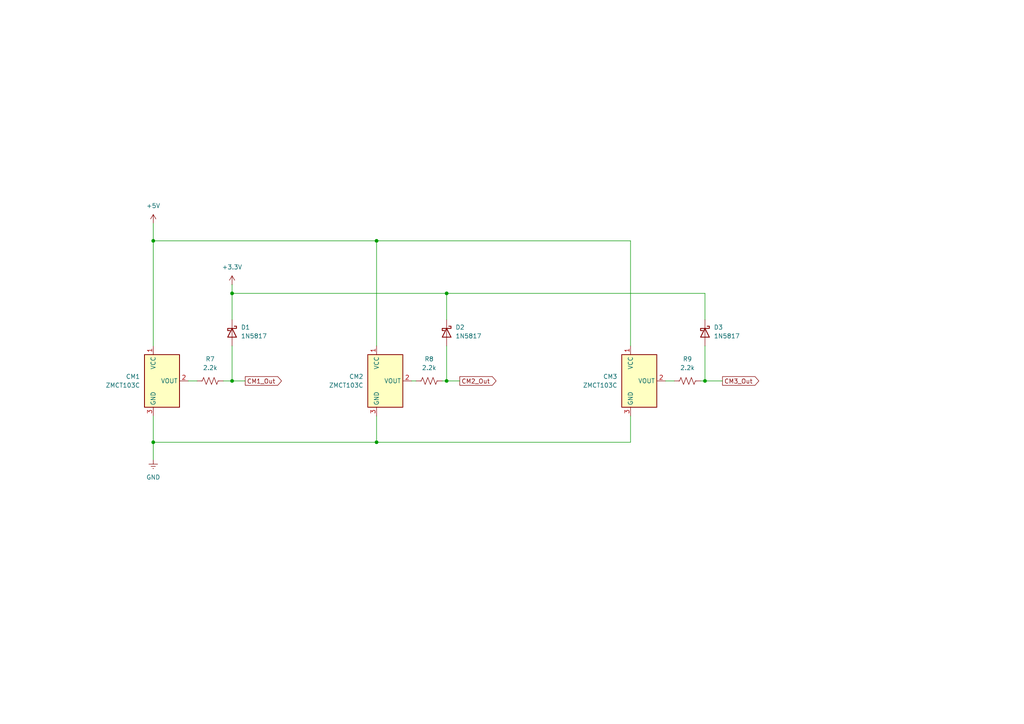
<source format=kicad_sch>
(kicad_sch (version 20250114) (generator "eeschema") (generator_version "9.0")
  (paper "A4")
  (lib_symbols
    (symbol "Device:D_Schottky" (pin_numbers (hide yes)) (pin_names (offset 1.016) (hide yes))
      (property "Reference" "D" (at 0 2.54 0))
      (property "Value" "D_Schottky" (at 0 -2.54 0))
      (symbol "D_Schottky_0_1"
        (polyline (pts (xy -1.905 0.635) (xy -1.905 1.27) (xy -1.27 1.27) (xy -1.27 -1.27) (xy -0.635 -1.27) (xy -0.635 -0.635)) (stroke (width 0.254)))
        (polyline (pts (xy 1.27 1.27) (xy 1.27 -1.27) (xy -1.27 0) (xy 1.27 1.27)) (stroke (width 0.254)))
        (polyline (pts (xy 1.27 0) (xy -1.27 0)))
      )
      (symbol "D_Schottky_1_1"
        (pin passive line (at -3.81 0 0) (length 2.54) (name "K") (number "1"))
        (pin passive line (at 3.81 0 180) (length 2.54) (name "A") (number "2"))
      )
    )
    (symbol "Device:R_US" (pin_numbers (hide yes)) (pin_names (offset 0))
      (property "Reference" "R" (at 2.54 0 90))
      (property "Value" "R_US" (at -2.54 0 90))
      (symbol "R_US_0_1"
        (polyline (pts (xy 0 2.286) (xy 0 2.54)))
        (polyline (pts (xy 0 2.286) (xy 1.016 1.905) (xy 0 1.524) (xy -1.016 1.143) (xy 0 0.762)))
        (polyline (pts (xy 0 0.762) (xy 1.016 0.381) (xy 0 0) (xy -1.016 -0.381) (xy 0 -0.762)))
        (polyline (pts (xy 0 -0.762) (xy 1.016 -1.143) (xy 0 -1.524) (xy -1.016 -1.905) (xy 0 -2.286)))
        (polyline (pts (xy 0 -2.286) (xy 0 -2.54)))
      )
      (symbol "R_US_1_1"
        (pin passive line (at 0 3.81 270) (length 1.27) (name "~") (number "1"))
        (pin passive line (at 0 -3.81 90) (length 1.27) (name "~") (number "2"))
      )
    )
    (symbol "Sensor_Magnetic:A1101ELHL"
      (property "Reference" "U" (at 0 11.43 0))
      (property "Value" "A1101ELHL" (at 0 8.89 0))
      (symbol "A1101ELHL_0_1"
        (rectangle (start -5.08 7.62) (end 5.08 -7.62) (stroke (width 0.254)) (fill (type background)))
      )
      (symbol "A1101ELHL_1_1"
        (pin power_in line (at -2.54 10.16 270) (length 2.54) (name "VCC") (number "1"))
        (pin power_in line (at -2.54 -10.16 90) (length 2.54) (name "GND") (number "3"))
        (pin open_collector line (at 7.62 0 180) (length 2.54) (name "VOUT") (number "2"))
      )
    )
    (symbol "power:+5V" (power) (pin_numbers (hide yes)) (pin_names (offset 0) (hide yes))
      (property "Value" "+5V" (at 0 3.556 0))
      (symbol "+5V_0_1"
        (polyline (pts (xy -0.762 1.27) (xy 0 2.54)))
        (polyline (pts (xy 0 2.54) (xy 0.762 1.27)))
        (polyline (pts (xy 0 0) (xy 0 2.54)))
      )
      (symbol "+5V_1_1"
        (pin power_in line (at 0 0 90) (length 0) (name "~") (number "1"))
      )
    )
    (symbol "power:GNDREF" (power) (pin_numbers (hide yes)) (pin_names (offset 0) (hide yes))
      (property "Value" "GNDREF" (at 0 -3.81 0))
      (symbol "GNDREF_0_1"
        (polyline (pts (xy -0.635 -1.905) (xy 0.635 -1.905)))
        (polyline (pts (xy -0.127 -2.54) (xy 0.127 -2.54)))
        (polyline (pts (xy 0 -1.27) (xy 0 0)))
        (polyline (pts (xy 1.27 -1.27) (xy -1.27 -1.27)))
      )
      (symbol "GNDREF_1_1"
        (pin power_in line (at 0 0 270) (length 0) (name "~") (number "1"))
      )
    )
  )
  (junction (at 129.54 110.49))
  (junction (at 109.22 128.27))
  (junction (at 44.45 128.27))
  (junction (at 109.22 69.85))
  (junction (at 67.31 85.09))
  (junction (at 44.45 69.85))
  (junction (at 67.31 110.49))
  (junction (at 204.47 110.49))
  (junction (at 129.54 85.09))
  (wire (pts (xy 67.31 85.09) (xy 129.54 85.09)))
  (wire (pts (xy 109.22 69.85) (xy 109.22 100.33)))
  (wire (pts (xy 67.31 110.49) (xy 64.77 110.49)))
  (wire (pts (xy 44.45 69.85) (xy 109.22 69.85)))
  (wire (pts (xy 67.31 82.55) (xy 67.31 85.09)))
  (wire (pts (xy 67.31 100.33) (xy 67.31 110.49)))
  (wire (pts (xy 209.55 110.49) (xy 204.47 110.49)))
  (wire (pts (xy 195.58 110.49) (xy 193.04 110.49)))
  (wire (pts (xy 120.65 110.49) (xy 119.38 110.49)))
  (wire (pts (xy 57.15 110.49) (xy 54.61 110.49)))
  (wire (pts (xy 109.22 128.27) (xy 109.22 120.65)))
  (wire (pts (xy 67.31 85.09) (xy 67.31 92.71)))
  (wire (pts (xy 44.45 128.27) (xy 44.45 120.65)))
  (wire (pts (xy 129.54 85.09) (xy 129.54 92.71)))
  (wire (pts (xy 109.22 69.85) (xy 182.88 69.85)))
  (wire (pts (xy 44.45 128.27) (xy 44.45 133.35)))
  (wire (pts (xy 204.47 85.09) (xy 204.47 92.71)))
  (wire (pts (xy 129.54 110.49) (xy 128.27 110.49)))
  (wire (pts (xy 204.47 110.49) (xy 203.2 110.49)))
  (wire (pts (xy 44.45 64.77) (xy 44.45 69.85)))
  (wire (pts (xy 129.54 100.33) (xy 129.54 110.49)))
  (wire (pts (xy 109.22 128.27) (xy 182.88 128.27)))
  (wire (pts (xy 129.54 85.09) (xy 204.47 85.09)))
  (wire (pts (xy 71.12 110.49) (xy 67.31 110.49)))
  (wire (pts (xy 182.88 120.65) (xy 182.88 128.27)))
  (wire (pts (xy 133.35 110.49) (xy 129.54 110.49)))
  (wire (pts (xy 182.88 69.85) (xy 182.88 100.33)))
  (wire (pts (xy 44.45 128.27) (xy 109.22 128.27)))
  (wire (pts (xy 204.47 100.33) (xy 204.47 110.49)))
  (wire (pts (xy 44.45 69.85) (xy 44.45 100.33)))
  (global_label "CM1_Out" (shape output) (at 71.12 110.49 0) (property "Intersheetrefs" "${INTERSHEET_REFS}" (at 82.2089 110.49 0) (effects (justify left))))
  (global_label "CM3_Out" (shape output) (at 209.55 110.49 0) (property "Intersheetrefs" "${INTERSHEET_REFS}" (at 220.6389 110.49 0) (effects (justify left))))
  (global_label "CM2_Out" (shape output) (at 133.35 110.49 0) (property "Intersheetrefs" "${INTERSHEET_REFS}" (at 144.4389 110.49 0) (effects (justify left))))
  (symbol (lib_id "Device:D_Schottky") (at 204.47 96.52 270) (unit 1)
    (property "Reference" "D3" (at 207.01 94.9324 90) (effects (justify left)))
    (property "Value" "1N5817" (at 207.01 97.4724 90) (effects (justify left)))
    (property "Description" "Schottky diode" (effects (hide yes)))
  )
  (symbol (lib_id "Device:R_US") (at 199.39 110.49 90) (unit 1)
    (property "Reference" "R9" (at 199.39 104.14 90))
    (property "Value" "2.2k" (at 199.39 106.68 90))
    (property "Description" "Resistor, US symbol" (effects (hide yes)))
  )
  (symbol (lib_id "Device:D_Schottky") (at 129.54 96.52 270) (unit 1)
    (property "Reference" "D2" (at 132.08 94.9324 90) (effects (justify left)))
    (property "Value" "1N5817" (at 132.08 97.4724 90) (effects (justify left)))
    (property "Description" "Schottky diode" (effects (hide yes)))
  )
  (symbol (lib_id "power:+5V") (at 44.45 64.77 0) (unit 1)
    (property "Reference" "#PWR019" (effects (hide yes)))
    (property "Value" "+5V" (at 44.45 59.69 0))
    (property "Description" "Power symbol creates a global label with name \"+5V\"" (effects (hide yes)))
  )
  (symbol (lib_id "power:+5V") (at 67.31 82.55 0) (unit 1)
    (property "Reference" "#PWR023" (effects (hide yes)))
    (property "Value" "+3.3V" (at 67.31 77.47 0))
    (property "Description" "Power symbol creates a global label with name \"+5V\"" (effects (hide yes)))
  )
  (symbol (lib_id "Device:D_Schottky") (at 67.31 96.52 270) (unit 1)
    (property "Reference" "D1" (at 69.85 94.9324 90) (effects (justify left)))
    (property "Value" "1N5817" (at 69.85 97.4724 90) (effects (justify left)))
    (property "Description" "Schottky diode" (effects (hide yes)))
  )
  (symbol (lib_id "power:GNDREF") (at 44.45 133.35 0) (unit 1)
    (property "Reference" "#PWR011" (effects (hide yes)))
    (property "Value" "GND" (at 44.45 138.43 0))
    (property "Description" "Power symbol creates a global label with name \"GNDREF\" , reference supply ground" (effects (hide yes)))
  )
  (symbol (lib_id "Sensor_Magnetic:A1101ELHL") (at 46.99 110.49 0) (unit 1)
    (property "Reference" "CM1" (at 40.64 109.2199 0) (effects (justify right)))
    (property "Value" "ZMCT103C" (at 40.64 111.7599 0) (effects (justify right)))
    (property "Footprint" "Package_TO_SOT_SMD:SOT-23W" (effects (hide yes)))
    (property "Datasheet" "https://www.allegromicro.com/-/media/files/datasheets/a110x-datasheet.ashx" (effects (hide yes)))
    (property "Description" "Hall effect switch, unipolar, Bop=100G, Brp=45G, -40C to +85C, SOT-23W" (effects (hide yes)))
  )
  (symbol (lib_id "Sensor_Magnetic:A1101ELHL") (at 185.42 110.49 0) (unit 1)
    (property "Reference" "CM3" (at 179.07 109.2199 0) (effects (justify right)))
    (property "Value" "ZMCT103C" (at 179.07 111.7599 0) (effects (justify right)))
    (property "Footprint" "Package_TO_SOT_SMD:SOT-23W" (effects (hide yes)))
    (property "Datasheet" "https://www.allegromicro.com/-/media/files/datasheets/a110x-datasheet.ashx" (effects (hide yes)))
    (property "Description" "Hall effect switch, unipolar, Bop=100G, Brp=45G, -40C to +85C, SOT-23W" (effects (hide yes)))
  )
  (symbol (lib_id "Sensor_Magnetic:A1101ELHL") (at 111.76 110.49 0) (unit 1)
    (property "Reference" "CM2" (at 105.41 109.2199 0) (effects (justify right)))
    (property "Value" "ZMCT103C" (at 105.41 111.7599 0) (effects (justify right)))
    (property "Footprint" "Package_TO_SOT_SMD:SOT-23W" (effects (hide yes)))
    (property "Datasheet" "https://www.allegromicro.com/-/media/files/datasheets/a110x-datasheet.ashx" (effects (hide yes)))
    (property "Description" "Hall effect switch, unipolar, Bop=100G, Brp=45G, -40C to +85C, SOT-23W" (effects (hide yes)))
  )
  (symbol (lib_id "Device:R_US") (at 60.96 110.49 90) (unit 1)
    (property "Reference" "R7" (at 60.96 104.14 90))
    (property "Value" "2.2k" (at 60.96 106.68 90))
    (property "Description" "Resistor, US symbol" (effects (hide yes)))
  )
  (symbol (lib_id "Device:R_US") (at 124.46 110.49 90) (unit 1)
    (property "Reference" "R8" (at 124.46 104.14 90))
    (property "Value" "2.2k" (at 124.46 106.68 90))
    (property "Description" "Resistor, US symbol" (effects (hide yes)))
  )
)
</source>
